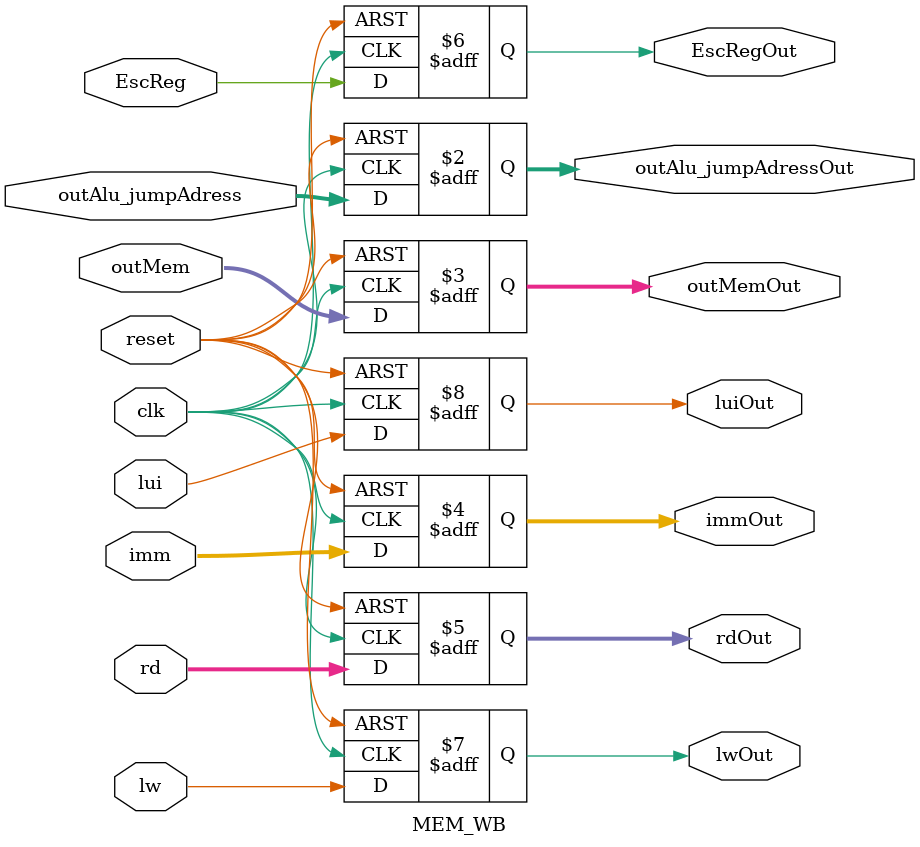
<source format=v>
module MEM_WB(

    input clk, reset,
    input [31:0] outAlu_jumpAdress, outMem, imm,
    input [4:0]  rd,
    input EscReg, lw, lui,
    output reg [31:0] outAlu_jumpAdressOut, outMemOut, immOut,
    output reg [4:0] rdOut,
    output reg EscRegOut, lwOut, luiOut

);


always @(posedge clk, posedge reset)

    begin
    if (reset)
        begin

        outAlu_jumpAdressOut <= 32'b0;
        outMemOut <= 32'b0;
        rdOut <= 5'b0;
        EscRegOut <= 1'b0;
        lwOut <= 1'b0;
        immOut <= 32'b0;
        luiOut <= 5'b0;

        end

    else
        begin

        outAlu_jumpAdressOut <= outAlu_jumpAdress;
        outMemOut <= outMem;
        rdOut <= rd;
        EscRegOut <= EscReg;
        lwOut <= lw;
        immOut <= imm;
        luiOut <= lui;

        end

    end
endmodule


</source>
